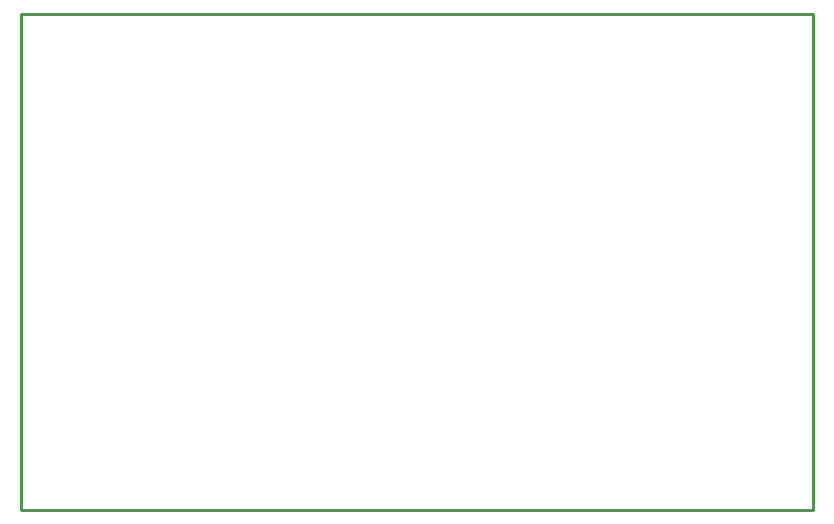
<source format=gko>
G04*
G04 #@! TF.GenerationSoftware,Altium Limited,Altium Designer,23.0.1 (38)*
G04*
G04 Layer_Color=16711935*
%FSLAX42Y42*%
%MOMM*%
G71*
G04*
G04 #@! TF.SameCoordinates,95CDDE1D-1A7E-4F85-AF55-DDA07DA04742*
G04*
G04*
G04 #@! TF.FilePolarity,Positive*
G04*
G01*
G75*
%ADD10C,0.25*%
D10*
X0Y0D02*
Y4200D01*
X6700D01*
X6700Y0D01*
X0D02*
X6700D01*
M02*

</source>
